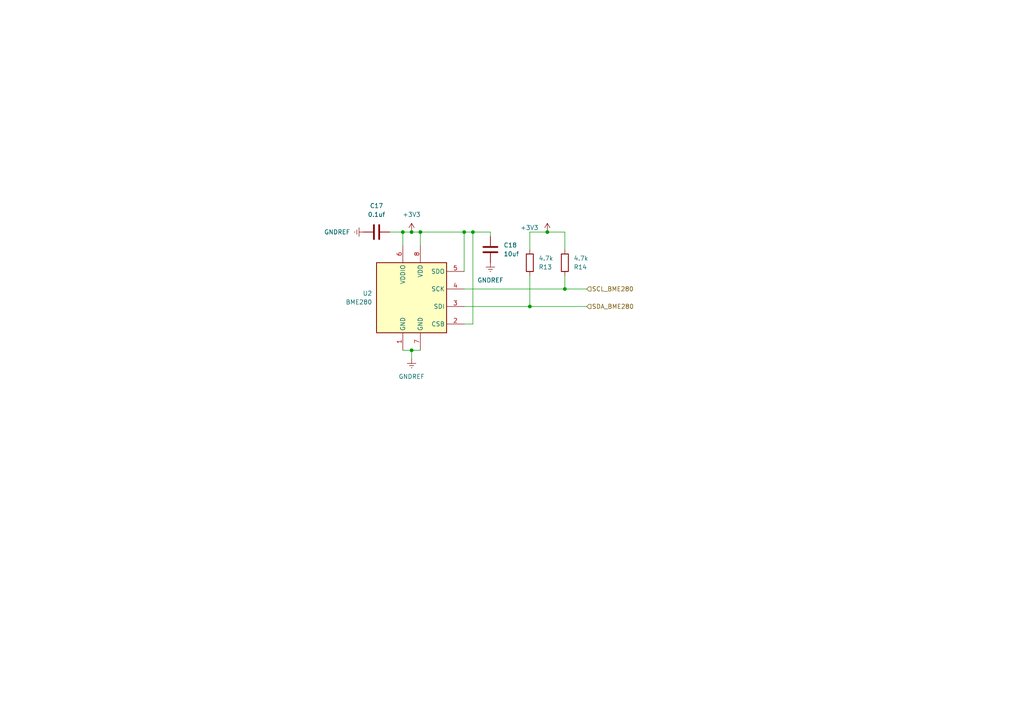
<source format=kicad_sch>
(kicad_sch (version 20211123) (generator eeschema)
  (paper "A4")
  (lib_symbols
    (symbol "Device:C" (pin_numbers hide) (pin_names (offset 0.254))
      (property "Reference" "C" (at 0.635 2.54 0))
      (property "Value" "C" (at 0.635 -2.54 0))
      (symbol "C_0_1"
        (polyline (pts (xy -2.032 -0.762) (xy 2.032 -0.762)) (stroke (width 0.508)))
        (polyline (pts (xy -2.032 0.762) (xy 2.032 0.762)) (stroke (width 0.508)))
      )
      (symbol "C_1_1"
        (pin passive line (at 0 3.81 270) (length 2.794) (name "~") (number "1"))
        (pin passive line (at 0 -3.81 90) (length 2.794) (name "~") (number "2"))
      )
    )
    (symbol "Device:R" (pin_numbers hide) (pin_names (offset 0))
      (property "Reference" "R" (at 2.032 0 90))
      (property "Value" "R" (at 0 0 90))
      (symbol "R_0_1"
        (rectangle (start -1.016 -2.54) (end 1.016 2.54) (stroke (width 0.254)))
      )
      (symbol "R_1_1"
        (pin passive line (at 0 3.81 270) (length 1.27) (name "~") (number "1"))
        (pin passive line (at 0 -3.81 90) (length 1.27) (name "~") (number "2"))
      )
    )
    (symbol "Sensor:BME280"
      (property "Reference" "U" (at -8.89 11.43 0))
      (property "Value" "BME280" (at 7.62 11.43 0))
      (symbol "BME280_0_1"
        (rectangle (start -10.16 10.16) (end 10.16 -10.16) (stroke (width 0.254)) (fill (type background)))
      )
      (symbol "BME280_1_1"
        (pin power_in line (at -2.54 -15.24 90) (length 5.08) (name "GND") (number "1"))
        (pin input line (at 15.24 -7.62 180) (length 5.08) (name "CSB") (number "2"))
        (pin bidirectional line (at 15.24 -2.54 180) (length 5.08) (name "SDI") (number "3"))
        (pin input line (at 15.24 2.54 180) (length 5.08) (name "SCK") (number "4"))
        (pin bidirectional line (at 15.24 7.62 180) (length 5.08) (name "SDO") (number "5"))
        (pin power_in line (at -2.54 15.24 270) (length 5.08) (name "VDDIO") (number "6"))
        (pin power_in line (at 2.54 -15.24 90) (length 5.08) (name "GND") (number "7"))
        (pin power_in line (at 2.54 15.24 270) (length 5.08) (name "VDD") (number "8"))
      )
    )
    (symbol "power:+3.3V" (power) (pin_names (offset 0))
      (property "Value" "+3.3V" (at 0 3.556 0))
      (symbol "+3.3V_0_1"
        (polyline (pts (xy -0.762 1.27) (xy 0 2.54)))
        (polyline (pts (xy 0 0) (xy 0 2.54)))
        (polyline (pts (xy 0 2.54) (xy 0.762 1.27)))
      )
      (symbol "+3.3V_1_1"
        (pin power_in line (at 0 0 90) (length 0) hide (name "+3V3") (number "1"))
      )
    )
    (symbol "power:GNDREF" (power) (pin_names (offset 0))
      (property "Value" "GNDREF" (at 0 -3.81 0))
      (symbol "GNDREF_0_1"
        (polyline (pts (xy -0.635 -1.905) (xy 0.635 -1.905)))
        (polyline (pts (xy -0.127 -2.54) (xy 0.127 -2.54)))
        (polyline (pts (xy 0 -1.27) (xy 0 0)))
        (polyline (pts (xy 1.27 -1.27) (xy -1.27 -1.27)))
      )
      (symbol "GNDREF_1_1"
        (pin power_in line (at 0 0 270) (length 0) hide (name "GNDREF") (number "1"))
      )
    )
  )
  (junction (at 119.38 67.31))
  (junction (at 163.83 83.82))
  (junction (at 116.84 67.31))
  (junction (at 119.38 101.6))
  (junction (at 134.62 67.31))
  (junction (at 137.16 67.31))
  (junction (at 153.67 88.9))
  (junction (at 158.75 67.31))
  (junction (at 121.92 67.31))
  (wire (pts (xy 137.16 67.31) (xy 137.16 93.98)))
  (wire (pts (xy 153.67 80.01) (xy 153.67 88.9)))
  (wire (pts (xy 134.62 67.31) (xy 137.16 67.31)))
  (wire (pts (xy 116.84 71.12) (xy 116.84 67.31)))
  (wire (pts (xy 163.83 83.82) (xy 170.18 83.82)))
  (wire (pts (xy 134.62 93.98) (xy 137.16 93.98)))
  (wire (pts (xy 121.92 71.12) (xy 121.92 67.31)))
  (wire (pts (xy 113.03 67.31) (xy 116.84 67.31)))
  (wire (pts (xy 163.83 72.39) (xy 163.83 67.31)))
  (wire (pts (xy 158.75 67.31) (xy 163.83 67.31)))
  (wire (pts (xy 134.62 83.82) (xy 163.83 83.82)))
  (wire (pts (xy 116.84 101.6) (xy 119.38 101.6)))
  (wire (pts (xy 153.67 88.9) (xy 170.18 88.9)))
  (wire (pts (xy 119.38 101.6) (xy 121.92 101.6)))
  (wire (pts (xy 116.84 67.31) (xy 119.38 67.31)))
  (wire (pts (xy 119.38 67.31) (xy 121.92 67.31)))
  (wire (pts (xy 153.67 67.31) (xy 158.75 67.31)))
  (wire (pts (xy 142.24 67.31) (xy 142.24 68.58)))
  (wire (pts (xy 119.38 101.6) (xy 119.38 104.14)))
  (wire (pts (xy 134.62 67.31) (xy 134.62 78.74)))
  (wire (pts (xy 121.92 67.31) (xy 134.62 67.31)))
  (wire (pts (xy 134.62 88.9) (xy 153.67 88.9)))
  (wire (pts (xy 137.16 67.31) (xy 142.24 67.31)))
  (wire (pts (xy 153.67 72.39) (xy 153.67 67.31)))
  (wire (pts (xy 163.83 83.82) (xy 163.83 80.01)))
  (hierarchical_label "SCL_BME280" (shape input) (at 170.18 83.82 0))
  (hierarchical_label "SDA_BME280" (shape input) (at 170.18 88.9 0))
  (symbol (lib_id "Device:C") (at 109.22 67.31 270) (unit 1)
    (property "Reference" "C17" (at 109.22 59.69 90))
    (property "Value" "0.1uf" (at 109.22 62.23 90))
    (property "Footprint" "Capacitor_SMD:C_0603_1608Metric_Pad1.08x0.95mm_HandSolder" (effects hide))
  )
  (symbol (lib_id "Device:R") (at 163.83 76.2 0) (mirror x) (unit 1)
    (property "Reference" "R14" (at 166.37 77.4701 0) (effects (justify left)))
    (property "Value" "4.7k" (at 166.37 74.9301 0) (effects (justify left)))
    (property "Footprint" "Resistor_SMD:R_0201_0603Metric_Pad0.64x0.40mm_HandSolder" (effects hide))
  )
  (symbol (lib_id "power:GNDREF") (at 119.38 104.14 0) (unit 1)
    (property "Reference" "#PWR049" (effects hide))
    (property "Value" "GNDREF" (at 119.38 109.22 0))
  )
  (symbol (lib_id "power:GNDREF") (at 105.41 67.31 270) (mirror x) (unit 1)
    (property "Reference" "#PWR047" (effects hide))
    (property "Value" "GNDREF" (at 93.98 67.31 90) (effects (justify left)))
  )
  (symbol (lib_id "Device:C") (at 142.24 72.39 180) (unit 1)
    (property "Reference" "C18" (at 146.05 71.1199 0) (effects (justify right)))
    (property "Value" "10uf" (at 146.05 73.6599 0) (effects (justify right)))
    (property "Footprint" "Capacitor_SMD:C_0603_1608Metric_Pad1.08x0.95mm_HandSolder" (effects hide))
  )
  (symbol (lib_id "Device:R") (at 153.67 76.2 0) (mirror x) (unit 1)
    (property "Reference" "R13" (at 156.21 77.4701 0) (effects (justify left)))
    (property "Value" "4.7k" (at 156.21 74.9301 0) (effects (justify left)))
    (property "Footprint" "Resistor_SMD:R_0201_0603Metric_Pad0.64x0.40mm_HandSolder" (effects hide))
  )
  (symbol (lib_id "power:+3.3V") (at 158.75 67.31 0) (unit 1)
    (property "Reference" "#PWR051" (effects hide))
    (property "Value" "+3.3V" (at 156.21 66.0401 0) (effects (justify right)))
  )
  (symbol (lib_id "power:GNDREF") (at 142.24 76.2 0) (unit 1)
    (property "Reference" "#PWR050" (effects hide))
    (property "Value" "GNDREF" (at 142.24 81.28 0))
  )
  (symbol (lib_id "Sensor:BME280") (at 119.38 86.36 0) (unit 1)
    (property "Reference" "U2" (at 107.95 85.0899 0) (effects (justify right)))
    (property "Value" "BME280" (at 107.95 87.6299 0) (effects (justify right)))
    (property "Footprint" "Package_LGA:Bosch_LGA-8_2.5x2.5mm_P0.65mm_ClockwisePinNumbering" (effects hide))
    (property "Datasheet" "https://ae-bst.resource.bosch.com/media/_tech/media/datasheets/BST-BME280-DS002.pdf" (effects hide))
  )
  (symbol (lib_id "power:+3.3V") (at 119.38 67.31 0) (unit 1)
    (property "Reference" "#PWR048" (effects hide))
    (property "Value" "+3.3V" (at 119.38 62.23 0))
  )
)
</source>
